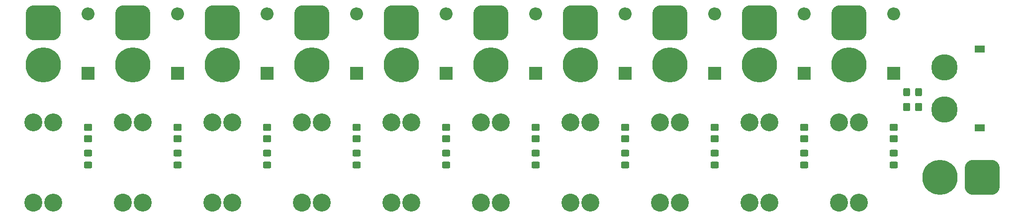
<source format=gts>
G04 #@! TF.GenerationSoftware,KiCad,Pcbnew,6.0.4-6f826c9f35~116~ubuntu18.04.1*
G04 #@! TF.CreationDate,2022-04-20T11:54:21+08:00*
G04 #@! TF.ProjectId,XT60_connectors,58543630-5f63-46f6-9e6e-6563746f7273,rev?*
G04 #@! TF.SameCoordinates,Original*
G04 #@! TF.FileFunction,Soldermask,Top*
G04 #@! TF.FilePolarity,Negative*
%FSLAX46Y46*%
G04 Gerber Fmt 4.6, Leading zero omitted, Abs format (unit mm)*
G04 Created by KiCad (PCBNEW 6.0.4-6f826c9f35~116~ubuntu18.04.1) date 2022-04-20 11:54:21*
%MOMM*%
%LPD*%
G01*
G04 APERTURE LIST*
G04 Aperture macros list*
%AMRoundRect*
0 Rectangle with rounded corners*
0 $1 Rounding radius*
0 $2 $3 $4 $5 $6 $7 $8 $9 X,Y pos of 4 corners*
0 Add a 4 corners polygon primitive as box body*
4,1,4,$2,$3,$4,$5,$6,$7,$8,$9,$2,$3,0*
0 Add four circle primitives for the rounded corners*
1,1,$1+$1,$2,$3*
1,1,$1+$1,$4,$5*
1,1,$1+$1,$6,$7*
1,1,$1+$1,$8,$9*
0 Add four rect primitives between the rounded corners*
20,1,$1+$1,$2,$3,$4,$5,0*
20,1,$1+$1,$4,$5,$6,$7,0*
20,1,$1+$1,$6,$7,$8,$9,0*
20,1,$1+$1,$8,$9,$2,$3,0*%
G04 Aperture macros list end*
%ADD10R,2.200000X2.200000*%
%ADD11O,2.200000X2.200000*%
%ADD12RoundRect,0.250000X0.450000X-0.325000X0.450000X0.325000X-0.450000X0.325000X-0.450000X-0.325000X0*%
%ADD13RoundRect,0.250000X-0.450000X0.350000X-0.450000X-0.350000X0.450000X-0.350000X0.450000X0.350000X0*%
%ADD14RoundRect,1.500000X-1.500000X1.500000X-1.500000X-1.500000X1.500000X-1.500000X1.500000X1.500000X0*%
%ADD15C,6.000000*%
%ADD16R,1.800000X1.200000*%
%ADD17C,4.500000*%
%ADD18C,3.048000*%
%ADD19C,3.051988*%
%ADD20C,3.068258*%
%ADD21RoundRect,0.250000X-0.325000X-0.450000X0.325000X-0.450000X0.325000X0.450000X-0.325000X0.450000X0*%
%ADD22RoundRect,0.250000X0.350000X0.450000X-0.350000X0.450000X-0.350000X-0.450000X0.350000X-0.450000X0*%
%ADD23RoundRect,1.500000X1.500000X1.500000X-1.500000X1.500000X-1.500000X-1.500000X1.500000X-1.500000X0*%
G04 APERTURE END LIST*
D10*
X137160000Y-55880000D03*
D11*
X137160000Y-45720000D03*
D10*
X106680000Y-55880000D03*
D11*
X106680000Y-45720000D03*
D10*
X45720000Y-55880000D03*
D11*
X45720000Y-45720000D03*
D10*
X182880000Y-55880000D03*
D11*
X182880000Y-45720000D03*
D12*
X121920000Y-71510000D03*
X121920000Y-69460000D03*
D13*
X60960000Y-65040000D03*
X60960000Y-67040000D03*
D14*
X175260000Y-47200000D03*
D15*
X175260000Y-54400000D03*
D14*
X114300000Y-47200000D03*
D15*
X114300000Y-54400000D03*
D16*
X197485000Y-51670000D03*
X197485000Y-65170000D03*
D17*
X191485000Y-54820000D03*
X191485000Y-62020000D03*
D14*
X53340000Y-47200000D03*
D15*
X53340000Y-54400000D03*
D18*
X36400000Y-64262000D03*
D19*
X39800000Y-64262000D03*
D20*
X36400000Y-77978000D03*
D19*
X39800000Y-77978000D03*
D21*
X185030000Y-59055000D03*
X187080000Y-59055000D03*
D12*
X182880000Y-71510000D03*
X182880000Y-69460000D03*
D10*
X91440000Y-55880000D03*
D11*
X91440000Y-45720000D03*
D10*
X167640000Y-55880000D03*
D11*
X167640000Y-45720000D03*
D22*
X187055000Y-61595000D03*
X185055000Y-61595000D03*
D13*
X152400000Y-65040000D03*
X152400000Y-67040000D03*
X121920000Y-65040000D03*
X121920000Y-67040000D03*
D18*
X173560000Y-64262000D03*
D19*
X176960000Y-64262000D03*
X176960000Y-77978000D03*
D20*
X173560000Y-77978000D03*
D12*
X137160000Y-71510000D03*
X137160000Y-69460000D03*
D19*
X116000000Y-64262000D03*
D18*
X112600000Y-64262000D03*
D19*
X116000000Y-77978000D03*
D20*
X112600000Y-77978000D03*
D18*
X66880000Y-64262000D03*
D19*
X70280000Y-64262000D03*
D20*
X66880000Y-77978000D03*
D19*
X70280000Y-77978000D03*
D14*
X144780000Y-47200000D03*
D15*
X144780000Y-54400000D03*
D13*
X106680000Y-65040000D03*
X106680000Y-67040000D03*
D12*
X167640000Y-71510000D03*
X167640000Y-69460000D03*
D13*
X91440000Y-65040000D03*
X91440000Y-67040000D03*
D19*
X146480000Y-64262000D03*
D18*
X143080000Y-64262000D03*
D20*
X143080000Y-77978000D03*
D19*
X146480000Y-77978000D03*
D10*
X121920000Y-55880000D03*
D11*
X121920000Y-45720000D03*
D23*
X197910000Y-73660000D03*
D15*
X190710000Y-73660000D03*
D13*
X76200000Y-65040000D03*
X76200000Y-67040000D03*
D14*
X129540000Y-47200000D03*
D15*
X129540000Y-54400000D03*
D10*
X152400000Y-55880000D03*
D11*
X152400000Y-45720000D03*
D14*
X160020000Y-47200000D03*
D15*
X160020000Y-54400000D03*
D12*
X76200000Y-71510000D03*
X76200000Y-69460000D03*
D13*
X137160000Y-65040000D03*
X137160000Y-67040000D03*
D14*
X99060000Y-47200000D03*
D15*
X99060000Y-54400000D03*
D14*
X83820000Y-47200000D03*
D15*
X83820000Y-54400000D03*
D12*
X91440000Y-71510000D03*
X91440000Y-69460000D03*
D18*
X51640000Y-64262000D03*
D19*
X55040000Y-64262000D03*
D20*
X51640000Y-77978000D03*
D19*
X55040000Y-77978000D03*
D12*
X60960000Y-71510000D03*
X60960000Y-69460000D03*
D19*
X85520000Y-64262000D03*
D18*
X82120000Y-64262000D03*
D19*
X85520000Y-77978000D03*
D20*
X82120000Y-77978000D03*
D10*
X76200000Y-55880000D03*
D11*
X76200000Y-45720000D03*
D10*
X60960000Y-55880000D03*
D11*
X60960000Y-45720000D03*
D13*
X45720000Y-65040000D03*
X45720000Y-67040000D03*
X182880000Y-65040000D03*
X182880000Y-67040000D03*
D12*
X106680000Y-71510000D03*
X106680000Y-69460000D03*
D14*
X38100000Y-47200000D03*
D15*
X38100000Y-54400000D03*
D19*
X131240000Y-64262000D03*
D18*
X127840000Y-64262000D03*
D20*
X127840000Y-77978000D03*
D19*
X131240000Y-77978000D03*
D13*
X167640000Y-65040000D03*
X167640000Y-67040000D03*
D19*
X161720000Y-64262000D03*
D18*
X158320000Y-64262000D03*
D20*
X158320000Y-77978000D03*
D19*
X161720000Y-77978000D03*
D12*
X152400000Y-71510000D03*
X152400000Y-69460000D03*
D18*
X97360000Y-64262000D03*
D19*
X100760000Y-64262000D03*
D20*
X97360000Y-77978000D03*
D19*
X100760000Y-77978000D03*
D12*
X45720000Y-71510000D03*
X45720000Y-69460000D03*
D14*
X68580000Y-47200000D03*
D15*
X68580000Y-54400000D03*
M02*

</source>
